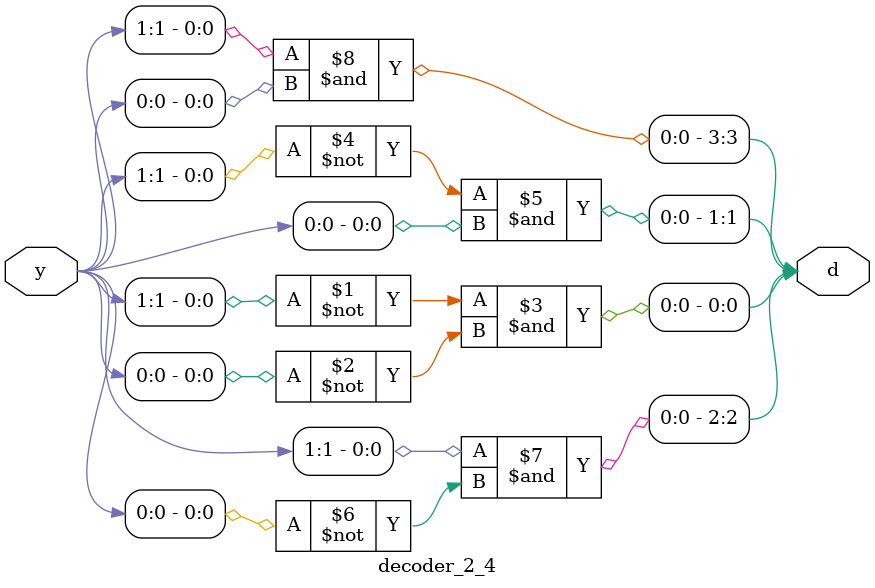
<source format=v>
module decoder_2_4(
input [1:0] y,
output [3:0] d);

assign d[0] = ~y[1] & ~y[0];
assign d[1] = ~y[1] & y[0];
assign d[2] = y[1] & ~y[0];
assign d[3] = y[1] & y[0];

endmodule

</source>
